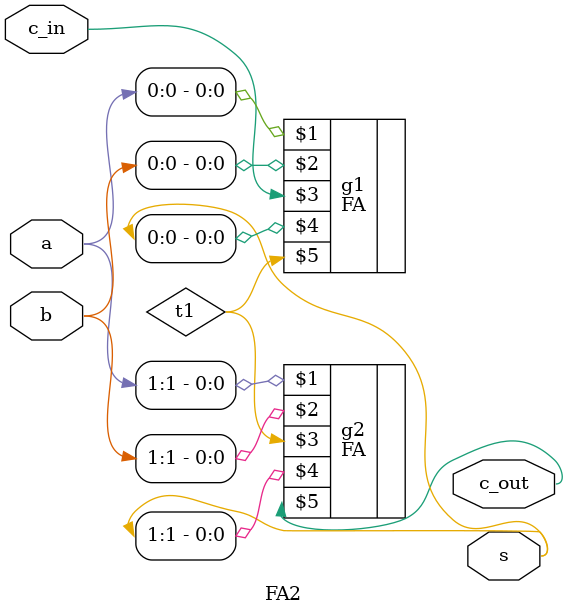
<source format=v>
`timescale 1ns / 1ps
module FA2(
    input [1:0] a,
    input [1:0] b,
    input c_in,
    output [1:0] s,
    output c_out
    );
	 wire t1;
	 FA g1(a[0], b[0], c_in, s[0], t1);
	 FA g2(a[1], b[1], t1, s[1], c_out);

endmodule
</source>
